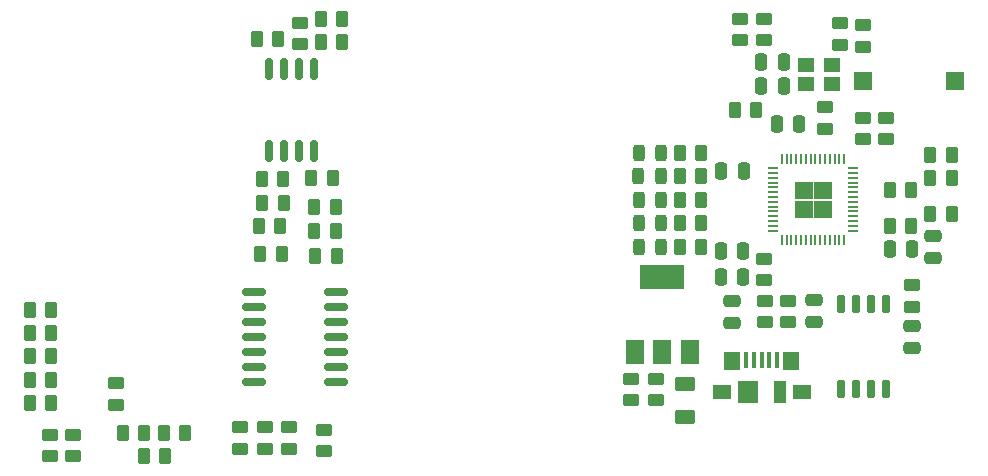
<source format=gtp>
%TF.GenerationSoftware,KiCad,Pcbnew,(6.0.2)*%
%TF.CreationDate,2022-03-04T11:59:17-06:00*%
%TF.ProjectId,rev1,72657631-2e6b-4696-9361-645f70636258,rev?*%
%TF.SameCoordinates,Original*%
%TF.FileFunction,Paste,Top*%
%TF.FilePolarity,Positive*%
%FSLAX46Y46*%
G04 Gerber Fmt 4.6, Leading zero omitted, Abs format (unit mm)*
G04 Created by KiCad (PCBNEW (6.0.2)) date 2022-03-04 11:59:17*
%MOMM*%
%LPD*%
G01*
G04 APERTURE LIST*
G04 Aperture macros list*
%AMRoundRect*
0 Rectangle with rounded corners*
0 $1 Rounding radius*
0 $2 $3 $4 $5 $6 $7 $8 $9 X,Y pos of 4 corners*
0 Add a 4 corners polygon primitive as box body*
4,1,4,$2,$3,$4,$5,$6,$7,$8,$9,$2,$3,0*
0 Add four circle primitives for the rounded corners*
1,1,$1+$1,$2,$3*
1,1,$1+$1,$4,$5*
1,1,$1+$1,$6,$7*
1,1,$1+$1,$8,$9*
0 Add four rect primitives between the rounded corners*
20,1,$1+$1,$2,$3,$4,$5,0*
20,1,$1+$1,$4,$5,$6,$7,0*
20,1,$1+$1,$6,$7,$8,$9,0*
20,1,$1+$1,$8,$9,$2,$3,0*%
G04 Aperture macros list end*
%ADD10C,0.100000*%
%ADD11RoundRect,0.250000X0.250000X0.475000X-0.250000X0.475000X-0.250000X-0.475000X0.250000X-0.475000X0*%
%ADD12RoundRect,0.250000X0.475000X-0.250000X0.475000X0.250000X-0.475000X0.250000X-0.475000X-0.250000X0*%
%ADD13RoundRect,0.250000X-0.475000X0.250000X-0.475000X-0.250000X0.475000X-0.250000X0.475000X0.250000X0*%
%ADD14RoundRect,0.250000X-0.250000X-0.475000X0.250000X-0.475000X0.250000X0.475000X-0.250000X0.475000X0*%
%ADD15RoundRect,0.250000X-0.625000X0.375000X-0.625000X-0.375000X0.625000X-0.375000X0.625000X0.375000X0*%
%ADD16R,0.450000X1.380000*%
%ADD17R,1.650000X1.300000*%
%ADD18R,1.000000X1.900000*%
%ADD19R,1.425000X1.550000*%
%ADD20R,1.800000X1.900000*%
%ADD21RoundRect,0.250000X-0.450000X0.262500X-0.450000X-0.262500X0.450000X-0.262500X0.450000X0.262500X0*%
%ADD22RoundRect,0.250000X0.450000X-0.262500X0.450000X0.262500X-0.450000X0.262500X-0.450000X-0.262500X0*%
%ADD23RoundRect,0.250000X0.262500X0.450000X-0.262500X0.450000X-0.262500X-0.450000X0.262500X-0.450000X0*%
%ADD24R,1.400000X1.200000*%
%ADD25RoundRect,0.150000X-0.150000X0.650000X-0.150000X-0.650000X0.150000X-0.650000X0.150000X0.650000X0*%
%ADD26R,1.500000X1.500000*%
%ADD27RoundRect,0.250000X-0.262500X-0.450000X0.262500X-0.450000X0.262500X0.450000X-0.262500X0.450000X0*%
%ADD28RoundRect,0.243750X-0.243750X-0.456250X0.243750X-0.456250X0.243750X0.456250X-0.243750X0.456250X0*%
%ADD29R,1.500000X2.000000*%
%ADD30R,3.800000X2.000000*%
%ADD31R,0.812800X0.177800*%
%ADD32R,0.177800X0.812800*%
%ADD33RoundRect,0.150000X0.150000X-0.800000X0.150000X0.800000X-0.150000X0.800000X-0.150000X-0.800000X0*%
%ADD34RoundRect,0.150000X0.837500X0.150000X-0.837500X0.150000X-0.837500X-0.150000X0.837500X-0.150000X0*%
G04 APERTURE END LIST*
D10*
%TO.C,U4*%
X197960560Y-119288340D02*
X197960560Y-117888140D01*
X197960560Y-117888140D02*
X196560360Y-117888140D01*
X196560360Y-117888140D02*
X196560360Y-119288340D01*
X196560360Y-119288340D02*
X197960560Y-119288340D01*
G36*
X197960560Y-119288340D02*
G01*
X196560360Y-119288340D01*
X196560360Y-117888140D01*
X197960560Y-117888140D01*
X197960560Y-119288340D01*
G37*
X197960560Y-119288340D02*
X196560360Y-119288340D01*
X196560360Y-117888140D01*
X197960560Y-117888140D01*
X197960560Y-119288340D01*
X196360360Y-119288340D02*
X196360360Y-117888140D01*
X196360360Y-117888140D02*
X194960160Y-117888140D01*
X194960160Y-117888140D02*
X194960160Y-119288340D01*
X194960160Y-119288340D02*
X196360360Y-119288340D01*
G36*
X196360360Y-119288340D02*
G01*
X194960160Y-119288340D01*
X194960160Y-117888140D01*
X196360360Y-117888140D01*
X196360360Y-119288340D01*
G37*
X196360360Y-119288340D02*
X194960160Y-119288340D01*
X194960160Y-117888140D01*
X196360360Y-117888140D01*
X196360360Y-119288340D01*
X196360360Y-120888540D02*
X196360360Y-119488340D01*
X196360360Y-119488340D02*
X194960160Y-119488340D01*
X194960160Y-119488340D02*
X194960160Y-120888540D01*
X194960160Y-120888540D02*
X196360360Y-120888540D01*
G36*
X196360360Y-120888540D02*
G01*
X194960160Y-120888540D01*
X194960160Y-119488340D01*
X196360360Y-119488340D01*
X196360360Y-120888540D01*
G37*
X196360360Y-120888540D02*
X194960160Y-120888540D01*
X194960160Y-119488340D01*
X196360360Y-119488340D01*
X196360360Y-120888540D01*
X197960560Y-120888540D02*
X197960560Y-119488340D01*
X197960560Y-119488340D02*
X196560360Y-119488340D01*
X196560360Y-119488340D02*
X196560360Y-120888540D01*
X196560360Y-120888540D02*
X197960560Y-120888540D01*
G36*
X197960560Y-120888540D02*
G01*
X196560360Y-120888540D01*
X196560360Y-119488340D01*
X197960560Y-119488340D01*
X197960560Y-120888540D01*
G37*
X197960560Y-120888540D02*
X196560360Y-120888540D01*
X196560360Y-119488340D01*
X197960560Y-119488340D01*
X197960560Y-120888540D01*
%TD*%
D11*
%TO.C,C2*%
X193981400Y-107760220D03*
X192081400Y-107760220D03*
%TD*%
%TO.C,C3*%
X193988940Y-109810000D03*
X192088940Y-109810000D03*
%TD*%
D12*
%TO.C,C1*%
X189559180Y-129855760D03*
X189559180Y-127955760D03*
%TD*%
D13*
%TO.C,C7*%
X196528940Y-127912580D03*
X196528940Y-129812580D03*
%TD*%
D14*
%TO.C,C4*%
X188634540Y-123757140D03*
X190534540Y-123757140D03*
%TD*%
D11*
%TO.C,C9*%
X190557400Y-126002500D03*
X188657400Y-126002500D03*
%TD*%
%TO.C,C5*%
X190600000Y-116950000D03*
X188700000Y-116950000D03*
%TD*%
D14*
%TO.C,C6*%
X202939820Y-123632680D03*
X204839820Y-123632680D03*
%TD*%
D12*
%TO.C,C8*%
X204814420Y-131999520D03*
X204814420Y-130099520D03*
%TD*%
D11*
%TO.C,C10*%
X195299580Y-113043420D03*
X193399580Y-113043420D03*
%TD*%
D13*
%TO.C,C11*%
X206650000Y-122450000D03*
X206650000Y-124350000D03*
%TD*%
D15*
%TO.C,D6*%
X185574920Y-135016500D03*
X185574920Y-137816500D03*
%TD*%
D16*
%TO.C,J2*%
X190815260Y-133024420D03*
X191465260Y-133024420D03*
X192115260Y-133024420D03*
X192765260Y-133024420D03*
X193415260Y-133024420D03*
D17*
X195490260Y-135684420D03*
X188740260Y-135684420D03*
D18*
X193665260Y-135684420D03*
D19*
X194602760Y-133109420D03*
D20*
X190965260Y-135684420D03*
D19*
X189627760Y-133109420D03*
%TD*%
D21*
%TO.C,R11*%
X194354700Y-127972260D03*
X194354700Y-129797260D03*
%TD*%
%TO.C,R12*%
X192355720Y-127972260D03*
X192355720Y-129797260D03*
%TD*%
%TO.C,R18*%
X183179700Y-134589780D03*
X183179700Y-136414780D03*
%TD*%
D22*
%TO.C,R19*%
X181086740Y-136414780D03*
X181086740Y-134589780D03*
%TD*%
D23*
%TO.C,R47*%
X191662500Y-111800000D03*
X189837500Y-111800000D03*
%TD*%
D21*
%TO.C,R50*%
X204799180Y-126643840D03*
X204799180Y-128468840D03*
%TD*%
D24*
%TO.C,Y1*%
X198050400Y-108037280D03*
X195850400Y-108037280D03*
X195850400Y-109637280D03*
X198050400Y-109637280D03*
%TD*%
D25*
%TO.C,U5*%
X202675740Y-128223360D03*
X201405740Y-128223360D03*
X200135740Y-128223360D03*
X198865740Y-128223360D03*
X198865740Y-135423360D03*
X200135740Y-135423360D03*
X201405740Y-135423360D03*
X202675740Y-135423360D03*
%TD*%
D26*
%TO.C,SW1*%
X208515200Y-109352800D03*
X200715200Y-109352800D03*
%TD*%
D27*
%TO.C,R5*%
X185158880Y-121425000D03*
X186983880Y-121425000D03*
%TD*%
%TO.C,R4*%
X185162500Y-119444920D03*
X186987500Y-119444920D03*
%TD*%
%TO.C,R3*%
X185158840Y-117450000D03*
X186983840Y-117450000D03*
%TD*%
D28*
%TO.C,D3*%
X181680960Y-119439840D03*
X183555960Y-119439840D03*
%TD*%
%TO.C,D2*%
X181675000Y-117450000D03*
X183550000Y-117450000D03*
%TD*%
D29*
%TO.C,U2*%
X181400000Y-132275000D03*
D30*
X183700000Y-125975000D03*
D29*
X183700000Y-132275000D03*
X186000000Y-132275000D03*
%TD*%
D22*
%TO.C,R49*%
X200679300Y-114296920D03*
X200679300Y-112471920D03*
%TD*%
D28*
%TO.C,D4*%
X181687500Y-121419920D03*
X183562500Y-121419920D03*
%TD*%
D21*
%TO.C,R51*%
X192343020Y-124399760D03*
X192343020Y-126224760D03*
%TD*%
D31*
%TO.C,U4*%
X199863960Y-122029940D03*
X199863960Y-121623540D03*
X199863960Y-121217140D03*
X199863960Y-120810740D03*
X199863960Y-120404340D03*
X199863960Y-119997940D03*
X199863960Y-119591540D03*
X199863960Y-119185140D03*
X199863960Y-118778740D03*
X199863960Y-118372340D03*
X199863960Y-117965940D03*
X199863960Y-117559540D03*
X199863960Y-117153140D03*
X199863960Y-116746740D03*
D32*
X199101960Y-115984740D03*
X198695560Y-115984740D03*
X198289160Y-115984740D03*
X197882760Y-115984740D03*
X197476360Y-115984740D03*
X197069960Y-115984740D03*
X196663560Y-115984740D03*
X196257160Y-115984740D03*
X195850760Y-115984740D03*
X195444360Y-115984740D03*
X195037960Y-115984740D03*
X194631560Y-115984740D03*
X194225160Y-115984740D03*
X193818760Y-115984740D03*
D31*
X193056760Y-116746740D03*
X193056760Y-117153140D03*
X193056760Y-117559540D03*
X193056760Y-117965940D03*
X193056760Y-118372340D03*
X193056760Y-118778740D03*
X193056760Y-119185140D03*
X193056760Y-119591540D03*
X193056760Y-119997940D03*
X193056760Y-120404340D03*
X193056760Y-120810740D03*
X193056760Y-121217140D03*
X193056760Y-121623540D03*
X193056760Y-122029940D03*
D32*
X193818760Y-122791940D03*
X194225160Y-122791940D03*
X194631560Y-122791940D03*
X195037960Y-122791940D03*
X195444360Y-122791940D03*
X195850760Y-122791940D03*
X196257160Y-122791940D03*
X196663560Y-122791940D03*
X197069960Y-122791940D03*
X197476360Y-122791940D03*
X197882760Y-122791940D03*
X198289160Y-122791940D03*
X198695560Y-122791940D03*
X199101960Y-122791940D03*
%TD*%
D28*
%TO.C,D1*%
X181694880Y-115468900D03*
X183569880Y-115468900D03*
%TD*%
D27*
%TO.C,R2*%
X185172620Y-115468900D03*
X186997620Y-115468900D03*
%TD*%
D22*
%TO.C,R48*%
X197456040Y-113430780D03*
X197456040Y-111605780D03*
%TD*%
D27*
%TO.C,R31*%
X130137500Y-130700000D03*
X131962500Y-130700000D03*
%TD*%
%TO.C,R20*%
X139777500Y-141150000D03*
X141602500Y-141150000D03*
%TD*%
%TO.C,R6*%
X185162500Y-123400000D03*
X186987500Y-123400000D03*
%TD*%
%TO.C,R1*%
X202962500Y-121650000D03*
X204787500Y-121650000D03*
%TD*%
%TO.C,R10*%
X206387500Y-115625000D03*
X208212500Y-115625000D03*
%TD*%
%TO.C,R40*%
X149807500Y-119670000D03*
X151632500Y-119670000D03*
%TD*%
D21*
%TO.C,R27*%
X147900000Y-138667500D03*
X147900000Y-140492500D03*
%TD*%
D23*
%TO.C,R37*%
X151332500Y-121660000D03*
X149507500Y-121660000D03*
%TD*%
D27*
%TO.C,R34*%
X130137500Y-128740000D03*
X131962500Y-128740000D03*
%TD*%
D22*
%TO.C,R16*%
X190250000Y-105912500D03*
X190250000Y-104087500D03*
%TD*%
%TO.C,R46*%
X133810000Y-141152500D03*
X133810000Y-139327500D03*
%TD*%
%TO.C,R36*%
X137450000Y-136772500D03*
X137450000Y-134947500D03*
%TD*%
D23*
%TO.C,R41*%
X156602500Y-106080000D03*
X154777500Y-106080000D03*
%TD*%
D21*
%TO.C,R33*%
X152100000Y-138667500D03*
X152100000Y-140492500D03*
%TD*%
D33*
%TO.C,U3*%
X150415000Y-115310000D03*
X151685000Y-115310000D03*
X152955000Y-115310000D03*
X154225000Y-115310000D03*
X154225000Y-108310000D03*
X152955000Y-108310000D03*
X151685000Y-108310000D03*
X150415000Y-108310000D03*
%TD*%
D21*
%TO.C,R24*%
X150060000Y-138667500D03*
X150060000Y-140492500D03*
%TD*%
D23*
%TO.C,R43*%
X151602500Y-117630000D03*
X149777500Y-117630000D03*
%TD*%
D27*
%TO.C,R7*%
X206387500Y-120600000D03*
X208212500Y-120600000D03*
%TD*%
%TO.C,R28*%
X130127500Y-132670000D03*
X131952500Y-132670000D03*
%TD*%
D22*
%TO.C,R14*%
X200675000Y-106462500D03*
X200675000Y-104637500D03*
%TD*%
D23*
%TO.C,R39*%
X156602500Y-104120000D03*
X154777500Y-104120000D03*
%TD*%
D27*
%TO.C,R9*%
X206387500Y-117600000D03*
X208212500Y-117600000D03*
%TD*%
D34*
%TO.C,U1*%
X156092500Y-134830000D03*
X156092500Y-133560000D03*
X156092500Y-132290000D03*
X156092500Y-131020000D03*
X156092500Y-129750000D03*
X156092500Y-128480000D03*
X156092500Y-127210000D03*
X149167500Y-127210000D03*
X149167500Y-128480000D03*
X149167500Y-129750000D03*
X149167500Y-131020000D03*
X149167500Y-132290000D03*
X149167500Y-133560000D03*
X149167500Y-134830000D03*
%TD*%
D23*
%TO.C,R35*%
X151472500Y-123990000D03*
X149647500Y-123990000D03*
%TD*%
D27*
%TO.C,R25*%
X130125000Y-134650000D03*
X131950000Y-134650000D03*
%TD*%
%TO.C,R26*%
X154247500Y-122070000D03*
X156072500Y-122070000D03*
%TD*%
D22*
%TO.C,R13*%
X202650000Y-114287500D03*
X202650000Y-112462500D03*
%TD*%
D28*
%TO.C,D5*%
X181687500Y-123400000D03*
X183562500Y-123400000D03*
%TD*%
D21*
%TO.C,R21*%
X131820000Y-139330000D03*
X131820000Y-141155000D03*
%TD*%
D22*
%TO.C,R15*%
X198700000Y-106312500D03*
X198700000Y-104487500D03*
%TD*%
D27*
%TO.C,R23*%
X154207500Y-120020000D03*
X156032500Y-120020000D03*
%TD*%
%TO.C,R29*%
X138027500Y-139160000D03*
X139852500Y-139160000D03*
%TD*%
D23*
%TO.C,R44*%
X151182500Y-105770000D03*
X149357500Y-105770000D03*
%TD*%
D21*
%TO.C,R42*%
X152980000Y-104447500D03*
X152980000Y-106272500D03*
%TD*%
D27*
%TO.C,R38*%
X153957500Y-117590000D03*
X155782500Y-117590000D03*
%TD*%
%TO.C,R30*%
X154287500Y-124170000D03*
X156112500Y-124170000D03*
%TD*%
%TO.C,R8*%
X202962500Y-118625000D03*
X204787500Y-118625000D03*
%TD*%
D23*
%TO.C,R32*%
X143292500Y-139180000D03*
X141467500Y-139180000D03*
%TD*%
D22*
%TO.C,R17*%
X192275000Y-105937500D03*
X192275000Y-104112500D03*
%TD*%
D27*
%TO.C,R22*%
X130127500Y-136600000D03*
X131952500Y-136600000D03*
%TD*%
D22*
%TO.C,R45*%
X155040000Y-140732500D03*
X155040000Y-138907500D03*
%TD*%
M02*

</source>
